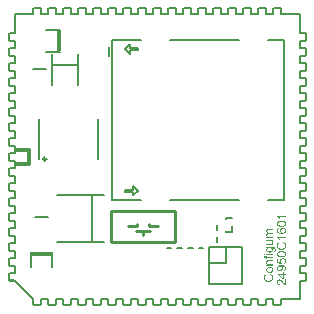
<source format=gto>
G04 Layer_Color=65535*
%FSLAX43Y43*%
%MOMM*%
G71*
G01*
G75*
%ADD33C,0.150*%
%ADD34C,0.250*%
%ADD35C,0.200*%
%ADD38C,0.350*%
%ADD55C,0.254*%
%ADD56R,1.800X0.300*%
%ADD57R,0.300X1.800*%
G36*
X10555Y-5431D02*
X10567D01*
X10583Y-5432D01*
X10599Y-5433D01*
X10634Y-5436D01*
X10670Y-5441D01*
X10707Y-5448D01*
X10723Y-5453D01*
X10740Y-5457D01*
X10741D01*
X10743Y-5459D01*
X10748Y-5460D01*
X10754Y-5462D01*
X10761Y-5466D01*
X10768Y-5469D01*
X10786Y-5479D01*
X10807Y-5490D01*
X10829Y-5504D01*
X10850Y-5521D01*
X10868Y-5541D01*
Y-5542D01*
X10871Y-5543D01*
X10872Y-5546D01*
X10875Y-5550D01*
X10882Y-5563D01*
X10891Y-5578D01*
X10899Y-5599D01*
X10906Y-5623D01*
X10911Y-5650D01*
X10913Y-5680D01*
Y-5681D01*
Y-5685D01*
Y-5690D01*
X10912Y-5699D01*
X10911Y-5708D01*
X10908Y-5719D01*
X10906Y-5730D01*
X10904Y-5743D01*
X10894Y-5771D01*
X10887Y-5787D01*
X10880Y-5801D01*
X10871Y-5816D01*
X10860Y-5830D01*
X10848Y-5843D01*
X10834Y-5856D01*
X10833Y-5857D01*
X10830Y-5859D01*
X10824Y-5863D01*
X10816Y-5867D01*
X10805Y-5873D01*
X10792Y-5879D01*
X10777Y-5886D01*
X10758Y-5893D01*
X10738Y-5900D01*
X10715Y-5907D01*
X10689Y-5913D01*
X10661Y-5919D01*
X10630Y-5924D01*
X10597Y-5927D01*
X10559Y-5929D01*
X10521Y-5931D01*
X10498D01*
X10487Y-5929D01*
X10474D01*
X10459Y-5928D01*
X10442Y-5927D01*
X10407Y-5924D01*
X10371Y-5919D01*
X10334Y-5913D01*
X10318Y-5908D01*
X10302Y-5904D01*
X10300D01*
X10298Y-5902D01*
X10293Y-5900D01*
X10288Y-5898D01*
X10281Y-5895D01*
X10272Y-5892D01*
X10254Y-5883D01*
X10233Y-5871D01*
X10211Y-5857D01*
X10192Y-5840D01*
X10173Y-5820D01*
Y-5819D01*
X10171Y-5818D01*
X10168Y-5815D01*
X10166Y-5810D01*
X10159Y-5798D01*
X10149Y-5782D01*
X10141Y-5762D01*
X10134Y-5737D01*
X10130Y-5710D01*
X10127Y-5680D01*
Y-5679D01*
Y-5678D01*
Y-5674D01*
Y-5669D01*
X10128Y-5658D01*
X10131Y-5644D01*
X10133Y-5627D01*
X10138Y-5609D01*
X10145Y-5590D01*
X10153Y-5572D01*
X10154Y-5570D01*
X10158Y-5564D01*
X10163Y-5556D01*
X10171Y-5544D01*
X10181Y-5532D01*
X10194Y-5520D01*
X10208Y-5507D01*
X10224Y-5495D01*
X10227Y-5494D01*
X10233Y-5490D01*
X10243Y-5484D01*
X10256Y-5477D01*
X10272Y-5470D01*
X10292Y-5462D01*
X10315Y-5454D01*
X10339Y-5447D01*
X10340D01*
X10343Y-5446D01*
X10346D01*
X10352Y-5445D01*
X10358Y-5442D01*
X10366Y-5441D01*
X10377Y-5440D01*
X10387Y-5438D01*
X10400Y-5436D01*
X10413Y-5435D01*
X10428Y-5433D01*
X10445Y-5432D01*
X10462Y-5431D01*
X10480D01*
X10521Y-5429D01*
X10543D01*
X10555Y-5431D01*
D02*
G37*
G36*
X10536Y-9187D02*
X10551D01*
X10566Y-9188D01*
X10584Y-9189D01*
X10621Y-9194D01*
X10661Y-9200D01*
X10700Y-9208D01*
X10717Y-9213D01*
X10735Y-9219D01*
X10736D01*
X10738Y-9220D01*
X10743Y-9222D01*
X10749Y-9224D01*
X10757Y-9228D01*
X10765Y-9231D01*
X10784Y-9242D01*
X10806Y-9256D01*
X10829Y-9272D01*
X10850Y-9291D01*
X10868Y-9313D01*
Y-9315D01*
X10871Y-9316D01*
X10872Y-9319D01*
X10875Y-9325D01*
X10879Y-9331D01*
X10882Y-9338D01*
X10891Y-9356D01*
X10899Y-9378D01*
X10906Y-9402D01*
X10911Y-9432D01*
X10913Y-9462D01*
Y-9463D01*
Y-9466D01*
Y-9470D01*
X10912Y-9477D01*
Y-9484D01*
X10911Y-9494D01*
X10907Y-9515D01*
X10901Y-9538D01*
X10892Y-9563D01*
X10880Y-9586D01*
X10864Y-9610D01*
X10863Y-9611D01*
X10861Y-9612D01*
X10854Y-9619D01*
X10843Y-9628D01*
X10827Y-9640D01*
X10807Y-9652D01*
X10783Y-9662D01*
X10755Y-9672D01*
X10722Y-9678D01*
X10715Y-9587D01*
X10717D01*
X10721Y-9586D01*
X10726Y-9585D01*
X10737Y-9583D01*
X10750Y-9578D01*
X10765Y-9572D01*
X10781Y-9565D01*
X10796Y-9556D01*
X10807Y-9544D01*
X10809Y-9543D01*
X10812Y-9538D01*
X10817Y-9531D01*
X10822Y-9521D01*
X10826Y-9509D01*
X10831Y-9495D01*
X10834Y-9478D01*
X10836Y-9460D01*
Y-9457D01*
Y-9453D01*
X10834Y-9445D01*
X10833Y-9434D01*
X10831Y-9422D01*
X10827Y-9409D01*
X10823Y-9397D01*
X10816Y-9384D01*
X10815Y-9382D01*
X10812Y-9378D01*
X10807Y-9372D01*
X10802Y-9365D01*
X10795Y-9356D01*
X10785Y-9347D01*
X10775Y-9338D01*
X10763Y-9330D01*
X10762Y-9329D01*
X10757Y-9326D01*
X10749Y-9323D01*
X10738Y-9317D01*
X10726Y-9312D01*
X10710Y-9306D01*
X10693Y-9300D01*
X10673Y-9295D01*
X10672D01*
X10670Y-9293D01*
X10667D01*
X10663Y-9292D01*
X10652Y-9290D01*
X10637Y-9288D01*
X10619Y-9285D01*
X10600Y-9283D01*
X10579Y-9281D01*
X10538D01*
X10541Y-9282D01*
X10545Y-9286D01*
X10555Y-9292D01*
X10564Y-9302D01*
X10576Y-9312D01*
X10589Y-9326D01*
X10600Y-9341D01*
X10612Y-9359D01*
X10613Y-9361D01*
X10617Y-9367D01*
X10620Y-9378D01*
X10625Y-9391D01*
X10631Y-9406D01*
X10634Y-9423D01*
X10638Y-9443D01*
X10639Y-9464D01*
Y-9466D01*
Y-9469D01*
Y-9474D01*
X10638Y-9481D01*
X10637Y-9489D01*
X10635Y-9498D01*
X10631Y-9521D01*
X10622Y-9546D01*
X10617Y-9559D01*
X10610Y-9573D01*
X10601Y-9586D01*
X10592Y-9600D01*
X10582Y-9613D01*
X10570Y-9626D01*
X10569Y-9627D01*
X10566Y-9628D01*
X10563Y-9632D01*
X10557Y-9637D01*
X10550Y-9641D01*
X10542Y-9647D01*
X10532Y-9653D01*
X10521Y-9659D01*
X10509Y-9665D01*
X10495Y-9671D01*
X10480Y-9676D01*
X10463Y-9681D01*
X10446Y-9686D01*
X10428Y-9689D01*
X10408Y-9690D01*
X10387Y-9692D01*
X10375D01*
X10367Y-9690D01*
X10358Y-9689D01*
X10346Y-9688D01*
X10333Y-9686D01*
X10319Y-9683D01*
X10290Y-9675D01*
X10274Y-9669D01*
X10258Y-9662D01*
X10242Y-9655D01*
X10227Y-9646D01*
X10213Y-9635D01*
X10199Y-9624D01*
X10197Y-9623D01*
X10195Y-9620D01*
X10192Y-9617D01*
X10187Y-9611D01*
X10182Y-9605D01*
X10176Y-9597D01*
X10169Y-9587D01*
X10162Y-9576D01*
X10156Y-9564D01*
X10149Y-9551D01*
X10138Y-9522D01*
X10134Y-9505D01*
X10131Y-9488D01*
X10128Y-9469D01*
X10127Y-9450D01*
Y-9449D01*
Y-9447D01*
Y-9443D01*
X10128Y-9438D01*
Y-9432D01*
X10130Y-9423D01*
X10132Y-9405D01*
X10138Y-9384D01*
X10145Y-9361D01*
X10154Y-9337D01*
X10168Y-9313D01*
Y-9312D01*
X10171Y-9311D01*
X10173Y-9308D01*
X10175Y-9303D01*
X10185Y-9292D01*
X10197Y-9278D01*
X10215Y-9263D01*
X10234Y-9247D01*
X10257Y-9231D01*
X10284Y-9219D01*
X10285D01*
X10288Y-9217D01*
X10292Y-9215D01*
X10298Y-9214D01*
X10305Y-9210D01*
X10315Y-9208D01*
X10326Y-9206D01*
X10339Y-9202D01*
X10353Y-9199D01*
X10370Y-9196D01*
X10387Y-9193D01*
X10406Y-9190D01*
X10427Y-9189D01*
X10449Y-9187D01*
X10474Y-9186D01*
X10524D01*
X10536Y-9187D01*
D02*
G37*
G36*
X9562Y-9922D02*
X9568Y-9924D01*
X9578Y-9927D01*
X9587Y-9931D01*
X9600Y-9936D01*
X9613Y-9941D01*
X9627Y-9948D01*
X9658Y-9963D01*
X9690Y-9984D01*
X9720Y-10007D01*
X9734Y-10022D01*
X9747Y-10037D01*
X9748Y-10038D01*
X9750Y-10040D01*
X9753Y-10045D01*
X9758Y-10052D01*
X9763Y-10060D01*
X9768Y-10070D01*
X9774Y-10080D01*
X9780Y-10093D01*
X9786Y-10107D01*
X9792Y-10122D01*
X9798Y-10140D01*
X9802Y-10157D01*
X9811Y-10196D01*
X9812Y-10217D01*
X9813Y-10239D01*
Y-10241D01*
Y-10245D01*
Y-10251D01*
X9812Y-10260D01*
Y-10271D01*
X9811Y-10283D01*
X9808Y-10297D01*
X9807Y-10311D01*
X9800Y-10344D01*
X9792Y-10378D01*
X9779Y-10410D01*
X9772Y-10427D01*
X9763Y-10442D01*
X9761Y-10443D01*
X9760Y-10445D01*
X9757Y-10449D01*
X9753Y-10455D01*
X9741Y-10469D01*
X9725Y-10485D01*
X9705Y-10505D01*
X9679Y-10524D01*
X9650Y-10544D01*
X9616Y-10560D01*
X9615D01*
X9611Y-10561D01*
X9607Y-10564D01*
X9600Y-10566D01*
X9590Y-10570D01*
X9580Y-10573D01*
X9568Y-10577D01*
X9554Y-10580D01*
X9540Y-10584D01*
X9524Y-10587D01*
X9489Y-10594D01*
X9451Y-10599D01*
X9410Y-10600D01*
X9398D01*
X9390Y-10599D01*
X9380D01*
X9367Y-10598D01*
X9354Y-10596D01*
X9339Y-10594D01*
X9306Y-10588D01*
X9271Y-10581D01*
X9234Y-10570D01*
X9200Y-10554D01*
X9199D01*
X9197Y-10552D01*
X9192Y-10550D01*
X9185Y-10546D01*
X9178Y-10541D01*
X9170Y-10536D01*
X9150Y-10520D01*
X9128Y-10503D01*
X9106Y-10481D01*
X9083Y-10454D01*
X9065Y-10424D01*
Y-10423D01*
X9062Y-10421D01*
X9060Y-10416D01*
X9058Y-10409D01*
X9054Y-10402D01*
X9049Y-10393D01*
X9046Y-10381D01*
X9041Y-10369D01*
X9037Y-10356D01*
X9033Y-10342D01*
X9025Y-10311D01*
X9020Y-10276D01*
X9018Y-10238D01*
Y-10237D01*
Y-10233D01*
Y-10226D01*
X9019Y-10218D01*
X9020Y-10209D01*
X9021Y-10197D01*
X9023Y-10184D01*
X9025Y-10170D01*
X9032Y-10140D01*
X9042Y-10107D01*
X9049Y-10091D01*
X9058Y-10074D01*
X9067Y-10059D01*
X9078Y-10044D01*
X9079Y-10043D01*
X9080Y-10040D01*
X9083Y-10037D01*
X9088Y-10031D01*
X9094Y-10025D01*
X9102Y-10017D01*
X9110Y-10009D01*
X9120Y-10000D01*
X9131Y-9991D01*
X9143Y-9983D01*
X9157Y-9974D01*
X9172Y-9964D01*
X9188Y-9956D01*
X9205Y-9948D01*
X9243Y-9934D01*
X9266Y-10034D01*
X9265D01*
X9263Y-10036D01*
X9258Y-10037D01*
X9252Y-10039D01*
X9245Y-10043D01*
X9237Y-10046D01*
X9219Y-10054D01*
X9199Y-10065D01*
X9178Y-10079D01*
X9160Y-10094D01*
X9143Y-10113D01*
X9142Y-10115D01*
X9137Y-10122D01*
X9131Y-10133D01*
X9123Y-10148D01*
X9116Y-10166D01*
X9110Y-10188D01*
X9106Y-10212D01*
X9104Y-10241D01*
Y-10242D01*
Y-10244D01*
Y-10249D01*
X9106Y-10255D01*
Y-10263D01*
X9107Y-10271D01*
X9110Y-10292D01*
X9115Y-10315D01*
X9123Y-10340D01*
X9134Y-10365D01*
X9148Y-10388D01*
Y-10389D01*
X9150Y-10390D01*
X9156Y-10397D01*
X9165Y-10408D01*
X9178Y-10421D01*
X9195Y-10434D01*
X9213Y-10448D01*
X9237Y-10461D01*
X9263Y-10471D01*
X9264D01*
X9266Y-10472D01*
X9270Y-10474D01*
X9275Y-10475D01*
X9281Y-10477D01*
X9289Y-10478D01*
X9308Y-10483D01*
X9330Y-10488D01*
X9355Y-10491D01*
X9382Y-10493D01*
X9410Y-10495D01*
X9426D01*
X9435Y-10493D01*
X9445D01*
X9456Y-10492D01*
X9467Y-10491D01*
X9494Y-10488D01*
X9524Y-10483D01*
X9553Y-10476D01*
X9581Y-10467D01*
X9582D01*
X9585Y-10465D01*
X9588Y-10463D01*
X9593Y-10461D01*
X9607Y-10455D01*
X9622Y-10445D01*
X9641Y-10433D01*
X9658Y-10417D01*
X9676Y-10400D01*
X9691Y-10379D01*
Y-10378D01*
X9692Y-10376D01*
X9695Y-10373D01*
X9697Y-10368D01*
X9702Y-10355D01*
X9709Y-10339D01*
X9715Y-10320D01*
X9720Y-10298D01*
X9725Y-10273D01*
X9726Y-10248D01*
Y-10246D01*
Y-10244D01*
Y-10239D01*
X9725Y-10233D01*
Y-10226D01*
X9724Y-10217D01*
X9720Y-10197D01*
X9715Y-10175D01*
X9705Y-10150D01*
X9693Y-10127D01*
X9677Y-10104D01*
X9676Y-10102D01*
X9675Y-10101D01*
X9668Y-10094D01*
X9656Y-10084D01*
X9641Y-10071D01*
X9620Y-10058D01*
X9595Y-10044D01*
X9565Y-10032D01*
X9531Y-10023D01*
X9556Y-9921D01*
X9558D01*
X9562Y-9922D01*
D02*
G37*
G36*
X10900Y-5072D02*
X10298D01*
X10299Y-5073D01*
X10304Y-5078D01*
X10310Y-5086D01*
X10318Y-5097D01*
X10329Y-5110D01*
X10339Y-5125D01*
X10352Y-5142D01*
X10364Y-5162D01*
Y-5164D01*
X10365Y-5165D01*
X10370Y-5172D01*
X10375Y-5182D01*
X10382Y-5195D01*
X10391Y-5210D01*
X10398Y-5227D01*
X10406Y-5244D01*
X10413Y-5261D01*
X10320D01*
Y-5260D01*
X10319Y-5257D01*
X10317Y-5253D01*
X10313Y-5248D01*
X10310Y-5241D01*
X10306Y-5233D01*
X10296Y-5214D01*
X10283Y-5193D01*
X10268Y-5169D01*
X10250Y-5146D01*
X10231Y-5124D01*
X10230Y-5123D01*
X10229Y-5121D01*
X10222Y-5114D01*
X10211Y-5104D01*
X10199Y-5091D01*
X10182Y-5077D01*
X10165Y-5063D01*
X10146Y-5050D01*
X10127Y-5039D01*
Y-4977D01*
X10900D01*
Y-5072D01*
D02*
G37*
G36*
X10669Y-6025D02*
X10676D01*
X10695Y-6028D01*
X10715Y-6032D01*
X10738Y-6037D01*
X10762Y-6045D01*
X10785Y-6056D01*
X10786D01*
X10788Y-6057D01*
X10791Y-6059D01*
X10796Y-6062D01*
X10806Y-6069D01*
X10820Y-6078D01*
X10836Y-6091D01*
X10851Y-6106D01*
X10866Y-6123D01*
X10880Y-6142D01*
X10881Y-6145D01*
X10885Y-6152D01*
X10891Y-6164D01*
X10896Y-6178D01*
X10902Y-6196D01*
X10908Y-6217D01*
X10912Y-6241D01*
X10913Y-6265D01*
Y-6267D01*
Y-6270D01*
X10912Y-6277D01*
Y-6285D01*
X10911Y-6295D01*
X10908Y-6306D01*
X10906Y-6319D01*
X10902Y-6333D01*
X10898Y-6349D01*
X10892Y-6365D01*
X10885Y-6380D01*
X10877Y-6397D01*
X10866Y-6413D01*
X10854Y-6429D01*
X10841Y-6445D01*
X10826Y-6459D01*
X10825Y-6460D01*
X10822Y-6462D01*
X10817Y-6466D01*
X10810Y-6470D01*
X10800Y-6476D01*
X10789Y-6482D01*
X10775Y-6489D01*
X10758Y-6495D01*
X10740Y-6502D01*
X10719Y-6509D01*
X10695Y-6515D01*
X10669Y-6521D01*
X10641Y-6525D01*
X10610Y-6529D01*
X10577Y-6531D01*
X10541Y-6532D01*
X10519D01*
X10504Y-6531D01*
X10485Y-6530D01*
X10464Y-6528D01*
X10441Y-6525D01*
X10416Y-6522D01*
X10389Y-6518D01*
X10363Y-6512D01*
X10336Y-6505D01*
X10310Y-6497D01*
X10283Y-6488D01*
X10259Y-6477D01*
X10236Y-6464D01*
X10216Y-6450D01*
X10215Y-6449D01*
X10213Y-6447D01*
X10208Y-6443D01*
X10202Y-6438D01*
X10195Y-6429D01*
X10188Y-6421D01*
X10180Y-6411D01*
X10172Y-6399D01*
X10163Y-6386D01*
X10155Y-6371D01*
X10148Y-6356D01*
X10141Y-6338D01*
X10135Y-6319D01*
X10131Y-6299D01*
X10128Y-6278D01*
X10127Y-6256D01*
Y-6255D01*
Y-6253D01*
Y-6248D01*
X10128Y-6241D01*
Y-6234D01*
X10130Y-6224D01*
X10133Y-6203D01*
X10140Y-6180D01*
X10149Y-6155D01*
X10161Y-6131D01*
X10169Y-6119D01*
X10179Y-6107D01*
Y-6106D01*
X10181Y-6105D01*
X10188Y-6098D01*
X10200Y-6089D01*
X10215Y-6077D01*
X10235Y-6064D01*
X10258Y-6053D01*
X10286Y-6043D01*
X10318Y-6037D01*
X10325Y-6131D01*
X10323D01*
X10316Y-6133D01*
X10306Y-6137D01*
X10295Y-6140D01*
X10268Y-6152D01*
X10256Y-6159D01*
X10245Y-6167D01*
X10243Y-6168D01*
X10238Y-6174D01*
X10233Y-6182D01*
X10224Y-6193D01*
X10217Y-6207D01*
X10210Y-6223D01*
X10206Y-6242D01*
X10204Y-6262D01*
Y-6264D01*
Y-6270D01*
X10206Y-6278D01*
X10208Y-6289D01*
X10210Y-6302D01*
X10215Y-6316D01*
X10222Y-6329D01*
X10230Y-6343D01*
X10231Y-6345D01*
X10236Y-6350D01*
X10244Y-6358D01*
X10255Y-6367D01*
X10268Y-6379D01*
X10284Y-6391D01*
X10304Y-6402D01*
X10326Y-6413D01*
X10327D01*
X10329Y-6414D01*
X10333Y-6415D01*
X10338Y-6416D01*
X10344Y-6419D01*
X10352Y-6421D01*
X10361Y-6424D01*
X10372Y-6426D01*
X10384Y-6428D01*
X10396Y-6431D01*
X10412Y-6433D01*
X10427Y-6435D01*
X10445Y-6436D01*
X10463Y-6438D01*
X10483Y-6439D01*
X10503D01*
X10502Y-6438D01*
X10496Y-6433D01*
X10487Y-6426D01*
X10475Y-6415D01*
X10462Y-6404D01*
X10449Y-6390D01*
X10437Y-6373D01*
X10427Y-6356D01*
X10426Y-6353D01*
X10423Y-6347D01*
X10419Y-6337D01*
X10414Y-6324D01*
X10409Y-6309D01*
X10405Y-6291D01*
X10402Y-6272D01*
X10401Y-6253D01*
Y-6251D01*
Y-6248D01*
Y-6243D01*
X10402Y-6236D01*
X10404Y-6228D01*
X10405Y-6219D01*
X10409Y-6196D01*
X10419Y-6172D01*
X10423Y-6158D01*
X10430Y-6145D01*
X10439Y-6131D01*
X10448Y-6117D01*
X10459Y-6104D01*
X10471Y-6091D01*
X10473Y-6090D01*
X10475Y-6089D01*
X10478Y-6085D01*
X10484Y-6080D01*
X10491Y-6076D01*
X10500Y-6070D01*
X10509Y-6064D01*
X10519Y-6057D01*
X10532Y-6051D01*
X10545Y-6045D01*
X10560Y-6039D01*
X10576Y-6035D01*
X10593Y-6030D01*
X10611Y-6027D01*
X10631Y-6025D01*
X10651Y-6024D01*
X10662D01*
X10669Y-6025D01*
D02*
G37*
G36*
X10555Y-7997D02*
X10567D01*
X10583Y-7998D01*
X10599Y-8000D01*
X10634Y-8003D01*
X10670Y-8008D01*
X10707Y-8015D01*
X10723Y-8019D01*
X10740Y-8024D01*
X10741D01*
X10743Y-8025D01*
X10748Y-8027D01*
X10754Y-8029D01*
X10761Y-8032D01*
X10768Y-8036D01*
X10786Y-8045D01*
X10807Y-8057D01*
X10829Y-8071D01*
X10850Y-8087D01*
X10868Y-8107D01*
Y-8108D01*
X10871Y-8110D01*
X10872Y-8113D01*
X10875Y-8117D01*
X10882Y-8130D01*
X10891Y-8145D01*
X10899Y-8166D01*
X10906Y-8189D01*
X10911Y-8216D01*
X10913Y-8247D01*
Y-8248D01*
Y-8251D01*
Y-8257D01*
X10912Y-8265D01*
X10911Y-8275D01*
X10908Y-8285D01*
X10906Y-8297D01*
X10904Y-8310D01*
X10894Y-8338D01*
X10887Y-8353D01*
X10880Y-8367D01*
X10871Y-8382D01*
X10860Y-8397D01*
X10848Y-8409D01*
X10834Y-8422D01*
X10833Y-8423D01*
X10830Y-8426D01*
X10824Y-8429D01*
X10816Y-8434D01*
X10805Y-8440D01*
X10792Y-8446D01*
X10777Y-8453D01*
X10758Y-8460D01*
X10738Y-8467D01*
X10715Y-8474D01*
X10689Y-8480D01*
X10661Y-8486D01*
X10630Y-8490D01*
X10597Y-8494D01*
X10559Y-8496D01*
X10521Y-8497D01*
X10498D01*
X10487Y-8496D01*
X10474D01*
X10459Y-8495D01*
X10442Y-8494D01*
X10407Y-8490D01*
X10371Y-8486D01*
X10334Y-8480D01*
X10318Y-8475D01*
X10302Y-8470D01*
X10300D01*
X10298Y-8469D01*
X10293Y-8467D01*
X10288Y-8464D01*
X10281Y-8462D01*
X10272Y-8459D01*
X10254Y-8449D01*
X10233Y-8438D01*
X10211Y-8423D01*
X10192Y-8407D01*
X10173Y-8387D01*
Y-8386D01*
X10171Y-8385D01*
X10168Y-8381D01*
X10166Y-8377D01*
X10159Y-8365D01*
X10149Y-8349D01*
X10141Y-8329D01*
X10134Y-8304D01*
X10130Y-8277D01*
X10127Y-8247D01*
Y-8245D01*
Y-8244D01*
Y-8241D01*
Y-8236D01*
X10128Y-8224D01*
X10131Y-8210D01*
X10133Y-8194D01*
X10138Y-8175D01*
X10145Y-8156D01*
X10153Y-8139D01*
X10154Y-8137D01*
X10158Y-8131D01*
X10163Y-8123D01*
X10171Y-8111D01*
X10181Y-8099D01*
X10194Y-8086D01*
X10208Y-8073D01*
X10224Y-8062D01*
X10227Y-8060D01*
X10233Y-8057D01*
X10243Y-8051D01*
X10256Y-8044D01*
X10272Y-8037D01*
X10292Y-8029D01*
X10315Y-8021D01*
X10339Y-8014D01*
X10340D01*
X10343Y-8012D01*
X10346D01*
X10352Y-8011D01*
X10358Y-8009D01*
X10366Y-8008D01*
X10377Y-8007D01*
X10387Y-8004D01*
X10400Y-8003D01*
X10413Y-8002D01*
X10428Y-8000D01*
X10445Y-7998D01*
X10462Y-7997D01*
X10480D01*
X10521Y-7996D01*
X10543D01*
X10555Y-7997D01*
D02*
G37*
G36*
X10658Y-8586D02*
X10667Y-8587D01*
X10678Y-8589D01*
X10689Y-8590D01*
X10702Y-8592D01*
X10730Y-8600D01*
X10759Y-8611D01*
X10776Y-8618D01*
X10791Y-8626D01*
X10806Y-8635D01*
X10820Y-8646D01*
X10822Y-8647D01*
X10824Y-8649D01*
X10829Y-8654D01*
X10834Y-8660D01*
X10841Y-8667D01*
X10850Y-8676D01*
X10858Y-8687D01*
X10866Y-8700D01*
X10875Y-8713D01*
X10884Y-8728D01*
X10892Y-8745D01*
X10899Y-8763D01*
X10905Y-8783D01*
X10909Y-8803D01*
X10912Y-8825D01*
X10913Y-8849D01*
Y-8850D01*
Y-8853D01*
Y-8859D01*
X10912Y-8866D01*
X10911Y-8874D01*
X10909Y-8885D01*
X10908Y-8897D01*
X10906Y-8909D01*
X10899Y-8936D01*
X10888Y-8964D01*
X10881Y-8978D01*
X10873Y-8993D01*
X10865Y-9007D01*
X10854Y-9019D01*
X10853Y-9021D01*
X10852Y-9022D01*
X10848Y-9025D01*
X10844Y-9030D01*
X10838Y-9035D01*
X10831Y-9041D01*
X10823Y-9046D01*
X10813Y-9053D01*
X10791Y-9066D01*
X10764Y-9079D01*
X10734Y-9089D01*
X10716Y-9092D01*
X10699Y-9094D01*
X10692Y-8995D01*
X10695D01*
X10699Y-8994D01*
X10703Y-8993D01*
X10716Y-8989D01*
X10733Y-8984D01*
X10750Y-8978D01*
X10768Y-8969D01*
X10785Y-8959D01*
X10800Y-8945D01*
X10802Y-8942D01*
X10806Y-8938D01*
X10811Y-8929D01*
X10818Y-8918D01*
X10824Y-8904D01*
X10830Y-8887D01*
X10834Y-8868D01*
X10836Y-8849D01*
Y-8847D01*
Y-8845D01*
Y-8841D01*
X10834Y-8837D01*
X10833Y-8824D01*
X10830Y-8808D01*
X10823Y-8790D01*
X10815Y-8770D01*
X10802Y-8751D01*
X10795Y-8742D01*
X10785Y-8733D01*
X10784D01*
X10783Y-8730D01*
X10776Y-8726D01*
X10764Y-8717D01*
X10749Y-8709D01*
X10729Y-8701D01*
X10706Y-8693D01*
X10679Y-8688D01*
X10648Y-8686D01*
X10640D01*
X10635Y-8687D01*
X10628D01*
X10620Y-8688D01*
X10601Y-8692D01*
X10582Y-8696D01*
X10560Y-8704D01*
X10539Y-8716D01*
X10521Y-8731D01*
X10518Y-8734D01*
X10514Y-8740D01*
X10505Y-8749D01*
X10497Y-8763D01*
X10489Y-8779D01*
X10481Y-8801D01*
X10476Y-8824D01*
X10474Y-8850D01*
Y-8852D01*
Y-8858D01*
X10475Y-8866D01*
X10476Y-8878D01*
X10480Y-8891D01*
X10483Y-8905D01*
X10489Y-8919D01*
X10496Y-8933D01*
X10497Y-8934D01*
X10500Y-8939D01*
X10504Y-8946D01*
X10510Y-8954D01*
X10518Y-8962D01*
X10528Y-8971D01*
X10538Y-8981D01*
X10550Y-8989D01*
X10537Y-9078D01*
X10142Y-9003D01*
Y-8621D01*
X10233D01*
Y-8928D01*
X10440Y-8970D01*
X10439Y-8969D01*
X10437Y-8967D01*
X10435Y-8963D01*
X10432Y-8959D01*
X10428Y-8952D01*
X10425Y-8945D01*
X10415Y-8926D01*
X10406Y-8905D01*
X10399Y-8880D01*
X10393Y-8853D01*
X10391Y-8825D01*
Y-8824D01*
Y-8820D01*
Y-8816D01*
X10392Y-8809D01*
X10393Y-8799D01*
X10394Y-8790D01*
X10396Y-8778D01*
X10399Y-8767D01*
X10408Y-8740D01*
X10413Y-8726D01*
X10420Y-8712D01*
X10428Y-8696D01*
X10437Y-8682D01*
X10448Y-8668D01*
X10461Y-8655D01*
X10462Y-8654D01*
X10464Y-8652D01*
X10468Y-8648D01*
X10474Y-8645D01*
X10481Y-8639D01*
X10489Y-8633D01*
X10498Y-8627D01*
X10509Y-8620D01*
X10522Y-8613D01*
X10535Y-8607D01*
X10550Y-8601D01*
X10565Y-8596D01*
X10583Y-8592D01*
X10600Y-8589D01*
X10620Y-8586D01*
X10640Y-8585D01*
X10651D01*
X10658Y-8586D01*
D02*
G37*
G36*
X10900Y-6864D02*
X10298D01*
X10299Y-6865D01*
X10304Y-6870D01*
X10310Y-6878D01*
X10318Y-6888D01*
X10329Y-6901D01*
X10339Y-6916D01*
X10352Y-6934D01*
X10364Y-6954D01*
Y-6955D01*
X10365Y-6956D01*
X10370Y-6963D01*
X10375Y-6974D01*
X10382Y-6987D01*
X10391Y-7002D01*
X10398Y-7018D01*
X10406Y-7036D01*
X10413Y-7052D01*
X10320D01*
Y-7051D01*
X10319Y-7049D01*
X10317Y-7044D01*
X10313Y-7039D01*
X10310Y-7032D01*
X10306Y-7024D01*
X10296Y-7005D01*
X10283Y-6984D01*
X10268Y-6961D01*
X10250Y-6938D01*
X10231Y-6915D01*
X10230Y-6914D01*
X10229Y-6913D01*
X10222Y-6906D01*
X10211Y-6895D01*
X10199Y-6883D01*
X10182Y-6868D01*
X10165Y-6854D01*
X10146Y-6842D01*
X10127Y-6831D01*
Y-6769D01*
X10900D01*
Y-6864D01*
D02*
G37*
G36*
X10662Y-7213D02*
X10668Y-7215D01*
X10678Y-7217D01*
X10687Y-7222D01*
X10700Y-7227D01*
X10713Y-7231D01*
X10727Y-7238D01*
X10758Y-7254D01*
X10790Y-7275D01*
X10820Y-7298D01*
X10834Y-7312D01*
X10847Y-7327D01*
X10848Y-7329D01*
X10850Y-7331D01*
X10853Y-7336D01*
X10858Y-7343D01*
X10863Y-7351D01*
X10868Y-7360D01*
X10874Y-7371D01*
X10880Y-7384D01*
X10886Y-7398D01*
X10892Y-7413D01*
X10898Y-7431D01*
X10902Y-7448D01*
X10911Y-7487D01*
X10912Y-7508D01*
X10913Y-7530D01*
Y-7531D01*
Y-7536D01*
Y-7542D01*
X10912Y-7551D01*
Y-7562D01*
X10911Y-7573D01*
X10908Y-7587D01*
X10907Y-7601D01*
X10900Y-7634D01*
X10892Y-7668D01*
X10879Y-7701D01*
X10872Y-7717D01*
X10863Y-7733D01*
X10861Y-7734D01*
X10860Y-7736D01*
X10857Y-7740D01*
X10853Y-7745D01*
X10841Y-7760D01*
X10825Y-7776D01*
X10805Y-7796D01*
X10779Y-7815D01*
X10750Y-7834D01*
X10716Y-7851D01*
X10715D01*
X10711Y-7852D01*
X10707Y-7854D01*
X10700Y-7857D01*
X10690Y-7860D01*
X10680Y-7864D01*
X10668Y-7867D01*
X10654Y-7871D01*
X10640Y-7874D01*
X10624Y-7878D01*
X10589Y-7885D01*
X10551Y-7890D01*
X10510Y-7891D01*
X10498D01*
X10490Y-7890D01*
X10480D01*
X10467Y-7888D01*
X10454Y-7887D01*
X10439Y-7885D01*
X10406Y-7879D01*
X10371Y-7872D01*
X10334Y-7860D01*
X10300Y-7845D01*
X10299D01*
X10297Y-7843D01*
X10292Y-7840D01*
X10285Y-7837D01*
X10278Y-7832D01*
X10270Y-7826D01*
X10250Y-7811D01*
X10228Y-7793D01*
X10206Y-7771D01*
X10183Y-7744D01*
X10165Y-7715D01*
Y-7714D01*
X10162Y-7712D01*
X10160Y-7707D01*
X10158Y-7700D01*
X10154Y-7693D01*
X10149Y-7683D01*
X10146Y-7672D01*
X10141Y-7660D01*
X10137Y-7647D01*
X10133Y-7633D01*
X10125Y-7601D01*
X10120Y-7566D01*
X10118Y-7529D01*
Y-7528D01*
Y-7524D01*
Y-7517D01*
X10119Y-7509D01*
X10120Y-7500D01*
X10121Y-7488D01*
X10123Y-7475D01*
X10125Y-7461D01*
X10132Y-7431D01*
X10142Y-7398D01*
X10149Y-7381D01*
X10158Y-7365D01*
X10167Y-7350D01*
X10178Y-7334D01*
X10179Y-7333D01*
X10180Y-7331D01*
X10183Y-7327D01*
X10188Y-7322D01*
X10194Y-7316D01*
X10202Y-7308D01*
X10210Y-7299D01*
X10220Y-7291D01*
X10231Y-7282D01*
X10243Y-7274D01*
X10257Y-7264D01*
X10272Y-7255D01*
X10288Y-7247D01*
X10305Y-7238D01*
X10343Y-7224D01*
X10366Y-7325D01*
X10365D01*
X10363Y-7326D01*
X10358Y-7327D01*
X10352Y-7330D01*
X10345Y-7333D01*
X10337Y-7337D01*
X10319Y-7345D01*
X10299Y-7356D01*
X10278Y-7370D01*
X10259Y-7385D01*
X10243Y-7404D01*
X10242Y-7406D01*
X10237Y-7413D01*
X10231Y-7423D01*
X10223Y-7439D01*
X10216Y-7456D01*
X10210Y-7479D01*
X10206Y-7503D01*
X10204Y-7531D01*
Y-7532D01*
Y-7535D01*
Y-7539D01*
X10206Y-7545D01*
Y-7553D01*
X10207Y-7562D01*
X10210Y-7583D01*
X10215Y-7606D01*
X10223Y-7631D01*
X10234Y-7655D01*
X10248Y-7679D01*
Y-7680D01*
X10250Y-7681D01*
X10256Y-7688D01*
X10265Y-7699D01*
X10278Y-7712D01*
X10295Y-7724D01*
X10313Y-7738D01*
X10337Y-7751D01*
X10363Y-7762D01*
X10364D01*
X10366Y-7763D01*
X10370Y-7764D01*
X10375Y-7765D01*
X10381Y-7768D01*
X10389Y-7769D01*
X10408Y-7774D01*
X10430Y-7778D01*
X10455Y-7782D01*
X10482Y-7784D01*
X10510Y-7785D01*
X10526D01*
X10535Y-7784D01*
X10545D01*
X10556Y-7783D01*
X10567Y-7782D01*
X10594Y-7778D01*
X10624Y-7774D01*
X10653Y-7767D01*
X10681Y-7757D01*
X10682D01*
X10685Y-7756D01*
X10688Y-7754D01*
X10693Y-7751D01*
X10707Y-7745D01*
X10722Y-7736D01*
X10741Y-7723D01*
X10758Y-7708D01*
X10776Y-7690D01*
X10791Y-7669D01*
Y-7668D01*
X10792Y-7667D01*
X10795Y-7664D01*
X10797Y-7659D01*
X10802Y-7646D01*
X10809Y-7630D01*
X10815Y-7611D01*
X10820Y-7589D01*
X10825Y-7564D01*
X10826Y-7538D01*
Y-7537D01*
Y-7535D01*
Y-7530D01*
X10825Y-7524D01*
Y-7517D01*
X10824Y-7508D01*
X10820Y-7488D01*
X10815Y-7466D01*
X10805Y-7441D01*
X10793Y-7418D01*
X10777Y-7394D01*
X10776Y-7393D01*
X10775Y-7392D01*
X10768Y-7385D01*
X10756Y-7374D01*
X10741Y-7361D01*
X10720Y-7349D01*
X10695Y-7334D01*
X10665Y-7323D01*
X10631Y-7313D01*
X10656Y-7212D01*
X10658D01*
X10662Y-7213D01*
D02*
G37*
G36*
X9541Y-9323D02*
X9552D01*
X9563Y-9324D01*
X9576Y-9325D01*
X9603Y-9330D01*
X9631Y-9335D01*
X9659Y-9344D01*
X9684Y-9354D01*
X9685D01*
X9686Y-9355D01*
X9695Y-9360D01*
X9705Y-9368D01*
X9719Y-9379D01*
X9734Y-9392D01*
X9750Y-9408D01*
X9765Y-9427D01*
X9779Y-9449D01*
Y-9450D01*
X9780Y-9451D01*
X9782Y-9455D01*
X9784Y-9460D01*
X9789Y-9472D01*
X9795Y-9489D01*
X9802Y-9509D01*
X9807Y-9531D01*
X9812Y-9556D01*
X9813Y-9582D01*
Y-9584D01*
Y-9587D01*
Y-9594D01*
X9812Y-9602D01*
X9811Y-9612D01*
X9809Y-9623D01*
X9807Y-9636D01*
X9804Y-9650D01*
X9794Y-9680D01*
X9788Y-9696D01*
X9781Y-9711D01*
X9773Y-9728D01*
X9763Y-9743D01*
X9751Y-9758D01*
X9738Y-9772D01*
X9737Y-9773D01*
X9734Y-9776D01*
X9730Y-9779D01*
X9724Y-9783D01*
X9716Y-9789D01*
X9706Y-9794D01*
X9696Y-9801D01*
X9683Y-9807D01*
X9668Y-9814D01*
X9652Y-9821D01*
X9634Y-9827D01*
X9615Y-9832D01*
X9594Y-9837D01*
X9572Y-9840D01*
X9547Y-9842D01*
X9521Y-9844D01*
X9514D01*
X9506Y-9842D01*
X9496D01*
X9483Y-9841D01*
X9469Y-9839D01*
X9452Y-9837D01*
X9435Y-9833D01*
X9416Y-9828D01*
X9397Y-9822D01*
X9378Y-9815D01*
X9360Y-9807D01*
X9341Y-9798D01*
X9323Y-9786D01*
X9307Y-9773D01*
X9292Y-9758D01*
X9291Y-9757D01*
X9289Y-9755D01*
X9286Y-9751D01*
X9282Y-9745D01*
X9278Y-9738D01*
X9272Y-9730D01*
X9266Y-9721D01*
X9260Y-9709D01*
X9256Y-9697D01*
X9250Y-9684D01*
X9239Y-9654D01*
X9232Y-9620D01*
X9231Y-9601D01*
X9230Y-9582D01*
Y-9581D01*
Y-9578D01*
Y-9572D01*
X9231Y-9564D01*
X9232Y-9553D01*
X9233Y-9543D01*
X9236Y-9530D01*
X9239Y-9516D01*
X9248Y-9486D01*
X9254Y-9471D01*
X9261Y-9455D01*
X9271Y-9440D01*
X9281Y-9424D01*
X9293Y-9409D01*
X9306Y-9395D01*
X9307Y-9394D01*
X9309Y-9392D01*
X9314Y-9388D01*
X9320Y-9383D01*
X9327Y-9378D01*
X9336Y-9372D01*
X9348Y-9365D01*
X9360Y-9358D01*
X9374Y-9352D01*
X9390Y-9345D01*
X9407Y-9339D01*
X9425Y-9333D01*
X9445Y-9328D01*
X9467Y-9325D01*
X9490Y-9323D01*
X9514Y-9321D01*
X9532D01*
X9541Y-9323D01*
D02*
G37*
G36*
X9757Y-7623D02*
X9768D01*
X9782Y-7625D01*
X9796Y-7626D01*
X9826Y-7629D01*
X9856Y-7634D01*
X9884Y-7640D01*
X9897Y-7645D01*
X9908Y-7649D01*
X9909D01*
X9910Y-7650D01*
X9917Y-7654D01*
X9926Y-7661D01*
X9939Y-7669D01*
X9953Y-7681D01*
X9967Y-7695D01*
X9981Y-7712D01*
X9994Y-7732D01*
Y-7734D01*
X9996Y-7735D01*
X9997Y-7738D01*
X9999Y-7743D01*
X10005Y-7755D01*
X10010Y-7771D01*
X10015Y-7792D01*
X10021Y-7817D01*
X10025Y-7844D01*
X10026Y-7874D01*
Y-7875D01*
Y-7879D01*
Y-7883D01*
X10025Y-7890D01*
Y-7899D01*
X10024Y-7909D01*
X10020Y-7931D01*
X10014Y-7957D01*
X10007Y-7984D01*
X9996Y-8011D01*
X9980Y-8036D01*
Y-8037D01*
X9978Y-8038D01*
X9972Y-8045D01*
X9962Y-8054D01*
X9946Y-8066D01*
X9928Y-8077D01*
X9904Y-8086D01*
X9877Y-8092D01*
X9862Y-8094D01*
X9846D01*
X9859Y-8003D01*
X9861D01*
X9866Y-8002D01*
X9873Y-7999D01*
X9882Y-7997D01*
X9892Y-7992D01*
X9903Y-7986D01*
X9912Y-7979D01*
X9921Y-7970D01*
X9922Y-7969D01*
X9925Y-7963D01*
X9929Y-7956D01*
X9933Y-7944D01*
X9939Y-7931D01*
X9943Y-7915D01*
X9946Y-7895D01*
X9948Y-7874D01*
Y-7873D01*
Y-7872D01*
Y-7868D01*
Y-7864D01*
X9946Y-7852D01*
X9944Y-7837D01*
X9941Y-7820D01*
X9936Y-7804D01*
X9930Y-7787D01*
X9921Y-7773D01*
X9919Y-7772D01*
X9916Y-7767D01*
X9910Y-7762D01*
X9902Y-7753D01*
X9891Y-7745D01*
X9880Y-7738D01*
X9864Y-7731D01*
X9848Y-7725D01*
X9847D01*
X9842Y-7724D01*
X9834Y-7723D01*
X9822Y-7722D01*
X9806Y-7719D01*
X9795D01*
X9785Y-7718D01*
X9727D01*
X9729Y-7719D01*
X9731Y-7721D01*
X9734Y-7724D01*
X9739Y-7729D01*
X9744Y-7736D01*
X9751Y-7743D01*
X9764Y-7760D01*
X9777Y-7783D01*
X9788Y-7810D01*
X9793Y-7824D01*
X9796Y-7839D01*
X9799Y-7855D01*
X9800Y-7872D01*
Y-7873D01*
Y-7876D01*
Y-7882D01*
X9799Y-7890D01*
X9798Y-7900D01*
X9795Y-7912D01*
X9793Y-7923D01*
X9789Y-7937D01*
X9786Y-7951D01*
X9780Y-7965D01*
X9773Y-7981D01*
X9765Y-7995D01*
X9755Y-8010D01*
X9745Y-8024D01*
X9732Y-8037D01*
X9718Y-8050D01*
X9717Y-8051D01*
X9715Y-8052D01*
X9710Y-8056D01*
X9703Y-8059D01*
X9695Y-8064D01*
X9685Y-8070D01*
X9675Y-8075D01*
X9662Y-8081D01*
X9648Y-8087D01*
X9633Y-8093D01*
X9616Y-8098D01*
X9599Y-8104D01*
X9561Y-8111D01*
X9540Y-8112D01*
X9519Y-8113D01*
X9505D01*
X9498Y-8112D01*
X9490D01*
X9471Y-8109D01*
X9448Y-8106D01*
X9423Y-8101D01*
X9397Y-8094D01*
X9371Y-8085D01*
X9370D01*
X9368Y-8084D01*
X9364Y-8081D01*
X9360Y-8079D01*
X9348Y-8073D01*
X9333Y-8064D01*
X9316Y-8051D01*
X9299Y-8037D01*
X9282Y-8020D01*
X9267Y-8001D01*
Y-7999D01*
X9266Y-7998D01*
X9264Y-7995D01*
X9261Y-7991D01*
X9256Y-7979D01*
X9248Y-7964D01*
X9241Y-7944D01*
X9236Y-7923D01*
X9231Y-7899D01*
X9230Y-7872D01*
Y-7871D01*
Y-7867D01*
Y-7862D01*
X9231Y-7855D01*
X9232Y-7847D01*
X9234Y-7837D01*
X9240Y-7814D01*
X9244Y-7801D01*
X9250Y-7789D01*
X9256Y-7775D01*
X9264Y-7760D01*
X9273Y-7748D01*
X9284Y-7734D01*
X9297Y-7721D01*
X9311Y-7709D01*
X9243D01*
Y-7622D01*
X9746D01*
X9757Y-7623D01*
D02*
G37*
G36*
X9800Y-8314D02*
X9243D01*
Y-8219D01*
X9800D01*
Y-8314D01*
D02*
G37*
G36*
X10900Y-10899D02*
X10887D01*
X10879Y-10898D01*
X10870Y-10896D01*
X10859Y-10895D01*
X10847Y-10892D01*
X10836Y-10888D01*
X10834D01*
X10833Y-10887D01*
X10826Y-10885D01*
X10817Y-10880D01*
X10803Y-10873D01*
X10788Y-10865D01*
X10770Y-10853D01*
X10752Y-10841D01*
X10734Y-10826D01*
X10733D01*
X10731Y-10824D01*
X10724Y-10818D01*
X10714Y-10809D01*
X10700Y-10795D01*
X10683Y-10777D01*
X10663Y-10756D01*
X10641Y-10730D01*
X10617Y-10702D01*
X10615Y-10701D01*
X10612Y-10696D01*
X10607Y-10690D01*
X10599Y-10682D01*
X10591Y-10672D01*
X10580Y-10660D01*
X10558Y-10634D01*
X10531Y-10606D01*
X10504Y-10578D01*
X10491Y-10564D01*
X10478Y-10552D01*
X10466Y-10542D01*
X10454Y-10532D01*
X10453D01*
X10452Y-10530D01*
X10448Y-10528D01*
X10443Y-10525D01*
X10432Y-10518D01*
X10416Y-10510D01*
X10399Y-10502D01*
X10380Y-10495D01*
X10359Y-10490D01*
X10339Y-10488D01*
X10337D01*
X10330Y-10489D01*
X10319Y-10490D01*
X10306Y-10493D01*
X10291Y-10498D01*
X10276Y-10505D01*
X10259Y-10515D01*
X10244Y-10529D01*
X10243Y-10531D01*
X10238Y-10536D01*
X10233Y-10545D01*
X10224Y-10557D01*
X10217Y-10572D01*
X10211Y-10590D01*
X10207Y-10611D01*
X10206Y-10634D01*
Y-10635D01*
Y-10638D01*
Y-10641D01*
X10207Y-10646D01*
X10208Y-10658D01*
X10210Y-10673D01*
X10216Y-10690D01*
X10223Y-10709D01*
X10234Y-10727D01*
X10248Y-10743D01*
X10250Y-10744D01*
X10255Y-10749D01*
X10264Y-10756D01*
X10277Y-10763D01*
X10293Y-10771D01*
X10312Y-10777D01*
X10334Y-10782D01*
X10360Y-10784D01*
X10350Y-10881D01*
X10345D01*
X10339Y-10880D01*
X10332Y-10879D01*
X10323Y-10877D01*
X10312Y-10875D01*
X10289Y-10868D01*
X10262Y-10859D01*
X10235Y-10846D01*
X10208Y-10829D01*
X10196Y-10819D01*
X10185Y-10807D01*
X10183Y-10806D01*
X10182Y-10804D01*
X10179Y-10800D01*
X10175Y-10796D01*
X10172Y-10789D01*
X10166Y-10781D01*
X10161Y-10771D01*
X10155Y-10761D01*
X10151Y-10749D01*
X10145Y-10736D01*
X10140Y-10721D01*
X10137Y-10706D01*
X10130Y-10670D01*
X10128Y-10652D01*
X10127Y-10632D01*
Y-10631D01*
Y-10627D01*
Y-10621D01*
X10128Y-10613D01*
X10130Y-10604D01*
X10131Y-10593D01*
X10132Y-10582D01*
X10135Y-10569D01*
X10142Y-10541D01*
X10153Y-10511D01*
X10160Y-10496D01*
X10168Y-10482D01*
X10179Y-10469D01*
X10189Y-10456D01*
X10190Y-10455D01*
X10192Y-10454D01*
X10195Y-10450D01*
X10200Y-10446D01*
X10207Y-10441D01*
X10214Y-10435D01*
X10231Y-10423D01*
X10254Y-10412D01*
X10279Y-10401D01*
X10309Y-10393D01*
X10325Y-10392D01*
X10341Y-10391D01*
X10350D01*
X10359Y-10392D01*
X10371Y-10393D01*
X10385Y-10395D01*
X10400Y-10399D01*
X10416Y-10404D01*
X10433Y-10411D01*
X10435Y-10412D01*
X10441Y-10414D01*
X10449Y-10419D01*
X10461Y-10426D01*
X10475Y-10434D01*
X10491Y-10445D01*
X10508Y-10459D01*
X10526Y-10474D01*
X10529Y-10476D01*
X10536Y-10482D01*
X10546Y-10493D01*
X10553Y-10500D01*
X10562Y-10508D01*
X10571Y-10517D01*
X10582Y-10529D01*
X10592Y-10541D01*
X10605Y-10553D01*
X10618Y-10567D01*
X10632Y-10584D01*
X10646Y-10600D01*
X10662Y-10619D01*
X10663Y-10620D01*
X10666Y-10622D01*
X10669Y-10627D01*
X10674Y-10633D01*
X10686Y-10647D01*
X10701Y-10665D01*
X10717Y-10682D01*
X10734Y-10701D01*
X10748Y-10716D01*
X10754Y-10722D01*
X10759Y-10728D01*
X10761Y-10729D01*
X10764Y-10731D01*
X10769Y-10736D01*
X10776Y-10742D01*
X10791Y-10755D01*
X10810Y-10768D01*
Y-10389D01*
X10900D01*
Y-10899D01*
D02*
G37*
G36*
X9800Y-6220D02*
X9430D01*
X9418Y-6221D01*
X9391Y-6223D01*
X9378Y-6225D01*
X9368Y-6229D01*
X9367D01*
X9363Y-6231D01*
X9359Y-6234D01*
X9353Y-6237D01*
X9347Y-6242D01*
X9340Y-6248D01*
X9333Y-6255D01*
X9327Y-6263D01*
X9326Y-6264D01*
X9325Y-6268D01*
X9322Y-6272D01*
X9319Y-6278D01*
X9316Y-6286D01*
X9314Y-6297D01*
X9313Y-6307D01*
X9312Y-6319D01*
Y-6320D01*
Y-6321D01*
Y-6328D01*
X9314Y-6340D01*
X9316Y-6353D01*
X9321Y-6368D01*
X9328Y-6385D01*
X9339Y-6402D01*
X9352Y-6417D01*
X9354Y-6419D01*
X9359Y-6423D01*
X9368Y-6429D01*
X9382Y-6436D01*
X9400Y-6444D01*
X9421Y-6450D01*
X9446Y-6455D01*
X9477Y-6456D01*
X9800D01*
Y-6551D01*
X9428D01*
X9416Y-6552D01*
X9403Y-6553D01*
X9387Y-6557D01*
X9371Y-6560D01*
X9356Y-6566D01*
X9343Y-6574D01*
X9342Y-6575D01*
X9339Y-6579D01*
X9333Y-6584D01*
X9327Y-6592D01*
X9322Y-6602D01*
X9316Y-6615D01*
X9313Y-6631D01*
X9312Y-6649D01*
Y-6650D01*
Y-6656D01*
X9313Y-6663D01*
X9314Y-6674D01*
X9316Y-6684D01*
X9321Y-6697D01*
X9326Y-6710D01*
X9333Y-6723D01*
X9334Y-6724D01*
X9336Y-6729D01*
X9342Y-6735D01*
X9348Y-6742D01*
X9357Y-6750D01*
X9368Y-6758D01*
X9381Y-6765D01*
X9395Y-6772D01*
X9397Y-6773D01*
X9402Y-6775D01*
X9411Y-6777D01*
X9424Y-6779D01*
X9441Y-6783D01*
X9460Y-6785D01*
X9484Y-6786D01*
X9511Y-6787D01*
X9800D01*
Y-6882D01*
X9243D01*
Y-6798D01*
X9321D01*
X9319Y-6797D01*
X9314Y-6793D01*
X9307Y-6787D01*
X9298Y-6779D01*
X9287Y-6770D01*
X9277Y-6758D01*
X9265Y-6744D01*
X9256Y-6729D01*
X9254Y-6727D01*
X9252Y-6721D01*
X9247Y-6711D01*
X9243Y-6700D01*
X9238Y-6684D01*
X9233Y-6668D01*
X9231Y-6648D01*
X9230Y-6628D01*
Y-6627D01*
Y-6626D01*
Y-6622D01*
Y-6618D01*
X9231Y-6606D01*
X9233Y-6592D01*
X9236Y-6577D01*
X9240Y-6559D01*
X9247Y-6543D01*
X9256Y-6527D01*
X9257Y-6525D01*
X9260Y-6520D01*
X9266Y-6513D01*
X9274Y-6505D01*
X9285Y-6496D01*
X9297Y-6486D01*
X9312Y-6478D01*
X9328Y-6471D01*
X9327Y-6470D01*
X9323Y-6468D01*
X9319Y-6464D01*
X9313Y-6460D01*
X9305Y-6453D01*
X9297Y-6444D01*
X9288Y-6435D01*
X9279Y-6424D01*
X9270Y-6413D01*
X9261Y-6400D01*
X9245Y-6369D01*
X9239Y-6353D01*
X9234Y-6335D01*
X9231Y-6318D01*
X9230Y-6298D01*
Y-6297D01*
Y-6294D01*
Y-6290D01*
X9231Y-6284D01*
Y-6277D01*
X9232Y-6269D01*
X9236Y-6251D01*
X9241Y-6230D01*
X9250Y-6209D01*
X9261Y-6189D01*
X9277Y-6170D01*
X9279Y-6168D01*
X9285Y-6163D01*
X9297Y-6156D01*
X9312Y-6147D01*
X9332Y-6139D01*
X9355Y-6132D01*
X9384Y-6127D01*
X9401Y-6125D01*
X9800D01*
Y-6220D01*
D02*
G37*
G36*
Y-7114D02*
X9719D01*
X9720Y-7115D01*
X9723Y-7118D01*
X9727Y-7121D01*
X9733Y-7126D01*
X9741Y-7133D01*
X9748Y-7141D01*
X9758Y-7150D01*
X9766Y-7161D01*
X9774Y-7173D01*
X9784Y-7186D01*
X9791Y-7201D01*
X9798Y-7216D01*
X9805Y-7234D01*
X9809Y-7251D01*
X9812Y-7271D01*
X9813Y-7291D01*
Y-7293D01*
Y-7299D01*
X9812Y-7308D01*
X9811Y-7321D01*
X9808Y-7335D01*
X9805Y-7351D01*
X9800Y-7367D01*
X9794Y-7383D01*
X9793Y-7386D01*
X9791Y-7390D01*
X9787Y-7397D01*
X9781Y-7407D01*
X9774Y-7417D01*
X9766Y-7428D01*
X9758Y-7437D01*
X9747Y-7447D01*
X9746Y-7448D01*
X9743Y-7450D01*
X9736Y-7454D01*
X9727Y-7457D01*
X9717Y-7463D01*
X9705Y-7468D01*
X9692Y-7472D01*
X9677Y-7476D01*
X9676D01*
X9671Y-7477D01*
X9665D01*
X9656Y-7478D01*
X9643Y-7479D01*
X9628D01*
X9610Y-7481D01*
X9243D01*
Y-7386D01*
X9578D01*
X9593Y-7385D01*
X9609D01*
X9626Y-7383D01*
X9641Y-7382D01*
X9652Y-7381D01*
X9654D01*
X9658Y-7379D01*
X9665Y-7376D01*
X9674Y-7373D01*
X9683Y-7368D01*
X9693Y-7361D01*
X9703Y-7353D01*
X9711Y-7344D01*
X9712Y-7342D01*
X9715Y-7338D01*
X9718Y-7332D01*
X9722Y-7324D01*
X9725Y-7313D01*
X9729Y-7301D01*
X9731Y-7287D01*
X9732Y-7272D01*
Y-7270D01*
Y-7265D01*
X9731Y-7257D01*
X9730Y-7246D01*
X9727Y-7235D01*
X9723Y-7222D01*
X9718Y-7208D01*
X9711Y-7194D01*
X9710Y-7193D01*
X9706Y-7188D01*
X9702Y-7181D01*
X9695Y-7173D01*
X9686Y-7164D01*
X9676Y-7155D01*
X9664Y-7148D01*
X9651Y-7141D01*
X9649Y-7140D01*
X9644Y-7139D01*
X9636Y-7136D01*
X9623Y-7133D01*
X9608Y-7129D01*
X9589Y-7127D01*
X9567Y-7126D01*
X9542Y-7125D01*
X9243D01*
Y-7030D01*
X9800D01*
Y-7114D01*
D02*
G37*
G36*
X10716Y-9892D02*
X10900D01*
Y-9987D01*
X10716D01*
Y-10320D01*
X10630D01*
X10132Y-9969D01*
Y-9892D01*
X10630D01*
Y-9788D01*
X10716D01*
Y-9892D01*
D02*
G37*
G36*
X9800Y-8853D02*
X9442D01*
X9429Y-8854D01*
X9416Y-8855D01*
X9401Y-8858D01*
X9388Y-8861D01*
X9376Y-8865D01*
X9375D01*
X9371Y-8867D01*
X9366Y-8869D01*
X9360Y-8873D01*
X9352Y-8879D01*
X9345Y-8886D01*
X9336Y-8894D01*
X9329Y-8903D01*
X9328Y-8904D01*
X9327Y-8908D01*
X9323Y-8914D01*
X9320Y-8922D01*
X9318Y-8931D01*
X9314Y-8943D01*
X9313Y-8955D01*
X9312Y-8969D01*
Y-8970D01*
Y-8971D01*
Y-8975D01*
Y-8979D01*
X9314Y-8990D01*
X9316Y-9005D01*
X9321Y-9022D01*
X9328Y-9038D01*
X9337Y-9057D01*
X9350Y-9073D01*
X9353Y-9075D01*
X9359Y-9080D01*
X9368Y-9087D01*
X9375Y-9091D01*
X9383Y-9094D01*
X9393Y-9099D01*
X9403Y-9102D01*
X9415Y-9106D01*
X9428Y-9109D01*
X9443Y-9113D01*
X9459Y-9114D01*
X9477Y-9116D01*
X9800D01*
Y-9211D01*
X9243D01*
Y-9126D01*
X9322D01*
X9321Y-9125D01*
X9319Y-9123D01*
X9314Y-9120D01*
X9308Y-9114D01*
X9301Y-9108D01*
X9293Y-9100D01*
X9285Y-9092D01*
X9275Y-9081D01*
X9267Y-9068D01*
X9259Y-9056D01*
X9251Y-9041D01*
X9244Y-9025D01*
X9238Y-9009D01*
X9233Y-8990D01*
X9231Y-8970D01*
X9230Y-8949D01*
Y-8948D01*
Y-8947D01*
Y-8941D01*
X9231Y-8930D01*
X9232Y-8919D01*
X9234Y-8904D01*
X9238Y-8888D01*
X9243Y-8873D01*
X9248Y-8856D01*
X9250Y-8854D01*
X9252Y-8849D01*
X9256Y-8842D01*
X9261Y-8833D01*
X9268Y-8823D01*
X9277Y-8812D01*
X9286Y-8801D01*
X9297Y-8793D01*
X9298Y-8792D01*
X9301Y-8790D01*
X9308Y-8786D01*
X9316Y-8782D01*
X9326Y-8777D01*
X9337Y-8772D01*
X9352Y-8767D01*
X9366Y-8764D01*
X9367D01*
X9370Y-8763D01*
X9377Y-8762D01*
X9387Y-8760D01*
X9400D01*
X9416Y-8759D01*
X9435Y-8758D01*
X9800D01*
Y-8853D01*
D02*
G37*
G36*
X9138Y-8314D02*
X9031D01*
Y-8219D01*
X9138D01*
Y-8314D01*
D02*
G37*
G36*
X9110Y-8363D02*
Y-8365D01*
X9109Y-8368D01*
X9108Y-8374D01*
X9107Y-8381D01*
Y-8390D01*
X9106Y-8400D01*
X9104Y-8420D01*
Y-8422D01*
Y-8427D01*
X9106Y-8434D01*
X9107Y-8443D01*
X9109Y-8453D01*
X9113Y-8463D01*
X9117Y-8472D01*
X9123Y-8481D01*
X9124Y-8482D01*
X9127Y-8483D01*
X9131Y-8486D01*
X9138Y-8489D01*
X9148Y-8492D01*
X9161Y-8496D01*
X9175Y-8497D01*
X9192Y-8498D01*
X9243D01*
Y-8389D01*
X9316D01*
Y-8497D01*
X9800D01*
Y-8592D01*
X9316D01*
Y-8675D01*
X9243D01*
Y-8592D01*
X9175D01*
X9165Y-8591D01*
X9152D01*
X9140Y-8590D01*
X9126Y-8587D01*
X9113Y-8585D01*
X9101Y-8581D01*
X9100Y-8580D01*
X9095Y-8579D01*
X9088Y-8575D01*
X9080Y-8571D01*
X9069Y-8564D01*
X9060Y-8556D01*
X9051Y-8546D01*
X9041Y-8534D01*
X9040Y-8533D01*
X9038Y-8527D01*
X9034Y-8520D01*
X9030Y-8509D01*
X9025Y-8496D01*
X9021Y-8478D01*
X9019Y-8460D01*
X9018Y-8437D01*
Y-8435D01*
Y-8430D01*
Y-8422D01*
X9019Y-8412D01*
X9020Y-8399D01*
X9023Y-8383D01*
X9025Y-8367D01*
X9028Y-8349D01*
X9110Y-8363D01*
D02*
G37*
%LPC*%
G36*
X10630Y-9987D02*
X10285D01*
X10630Y-10228D01*
Y-9987D01*
D02*
G37*
G36*
X10384Y-9291D02*
X10375D01*
X10370Y-9292D01*
X10363D01*
X10356Y-9293D01*
X10337Y-9297D01*
X10316Y-9302D01*
X10295Y-9310D01*
X10274Y-9320D01*
X10254Y-9334D01*
X10251Y-9337D01*
X10247Y-9343D01*
X10238Y-9351D01*
X10229Y-9364D01*
X10221Y-9379D01*
X10213Y-9397D01*
X10208Y-9416D01*
X10206Y-9439D01*
Y-9440D01*
Y-9441D01*
Y-9445D01*
X10207Y-9449D01*
X10208Y-9461D01*
X10211Y-9476D01*
X10219Y-9494D01*
X10228Y-9511D01*
X10240Y-9530D01*
X10248Y-9539D01*
X10257Y-9549D01*
X10259Y-9551D01*
X10267Y-9556D01*
X10278Y-9563D01*
X10293Y-9571D01*
X10312Y-9580D01*
X10336Y-9587D01*
X10361Y-9592D01*
X10391Y-9594D01*
X10398D01*
X10402Y-9593D01*
X10416Y-9592D01*
X10433Y-9589D01*
X10453Y-9584D01*
X10473Y-9576D01*
X10491Y-9565D01*
X10510Y-9551D01*
X10512Y-9549D01*
X10517Y-9543D01*
X10524Y-9534D01*
X10532Y-9521D01*
X10542Y-9504D01*
X10549Y-9486D01*
X10553Y-9464D01*
X10556Y-9441D01*
Y-9440D01*
Y-9439D01*
Y-9435D01*
X10555Y-9430D01*
X10553Y-9419D01*
X10550Y-9404D01*
X10544Y-9387D01*
X10537Y-9368D01*
X10525Y-9351D01*
X10510Y-9334D01*
X10508Y-9332D01*
X10502Y-9327D01*
X10491Y-9320D01*
X10477Y-9312D01*
X10459Y-9305D01*
X10437Y-9298D01*
X10412Y-9293D01*
X10384Y-9291D01*
D02*
G37*
G36*
X9539Y-9419D02*
X9510D01*
X9501Y-9420D01*
X9493D01*
X9484Y-9421D01*
X9460Y-9424D01*
X9436Y-9430D01*
X9409Y-9438D01*
X9384Y-9450D01*
X9362Y-9467D01*
X9361D01*
X9360Y-9469D01*
X9354Y-9475D01*
X9345Y-9485D01*
X9335Y-9498D01*
X9326Y-9516D01*
X9316Y-9536D01*
X9311Y-9558D01*
X9308Y-9570D01*
Y-9582D01*
Y-9584D01*
Y-9586D01*
Y-9589D01*
X9309Y-9594D01*
X9311Y-9607D01*
X9315Y-9623D01*
X9321Y-9642D01*
X9330Y-9662D01*
X9345Y-9682D01*
X9353Y-9691D01*
X9362Y-9701D01*
X9364Y-9703D01*
X9368Y-9705D01*
X9371Y-9708D01*
X9377Y-9711D01*
X9384Y-9715D01*
X9393Y-9719D01*
X9402Y-9723D01*
X9412Y-9728D01*
X9424Y-9732D01*
X9437Y-9736D01*
X9452Y-9739D01*
X9467Y-9742D01*
X9485Y-9744D01*
X9503Y-9746D01*
X9533D01*
X9540Y-9745D01*
X9548D01*
X9559Y-9744D01*
X9582Y-9741D01*
X9608Y-9735D01*
X9635Y-9728D01*
X9661Y-9716D01*
X9672Y-9709D01*
X9683Y-9701D01*
X9685Y-9698D01*
X9691Y-9693D01*
X9699Y-9682D01*
X9709Y-9668D01*
X9719Y-9652D01*
X9727Y-9630D01*
X9733Y-9608D01*
X9734Y-9595D01*
X9736Y-9582D01*
Y-9581D01*
Y-9579D01*
Y-9575D01*
X9734Y-9571D01*
X9733Y-9558D01*
X9729Y-9541D01*
X9723Y-9523D01*
X9713Y-9503D01*
X9700Y-9484D01*
X9692Y-9475D01*
X9683Y-9465D01*
X9682D01*
X9681Y-9463D01*
X9677Y-9461D01*
X9672Y-9458D01*
X9667Y-9455D01*
X9659Y-9450D01*
X9651Y-9447D01*
X9642Y-9442D01*
X9631Y-9437D01*
X9620Y-9434D01*
X9606Y-9429D01*
X9590Y-9426D01*
X9575Y-9423D01*
X9558Y-9421D01*
X9539Y-9419D01*
D02*
G37*
G36*
X9534Y-7710D02*
X9506D01*
X9499Y-7711D01*
X9490D01*
X9480Y-7712D01*
X9457Y-7716D01*
X9432Y-7721D01*
X9407Y-7729D01*
X9382Y-7741D01*
X9371Y-7748D01*
X9361Y-7756D01*
X9360D01*
X9359Y-7758D01*
X9353Y-7764D01*
X9345Y-7773D01*
X9334Y-7786D01*
X9325Y-7801D01*
X9316Y-7820D01*
X9311Y-7841D01*
X9308Y-7853D01*
Y-7865D01*
Y-7866D01*
Y-7867D01*
Y-7871D01*
X9309Y-7875D01*
X9311Y-7887D01*
X9314Y-7902D01*
X9321Y-7919D01*
X9330Y-7937D01*
X9342Y-7955D01*
X9350Y-7964D01*
X9360Y-7972D01*
X9362Y-7975D01*
X9366Y-7976D01*
X9369Y-7979D01*
X9375Y-7983D01*
X9381Y-7986D01*
X9389Y-7990D01*
X9398Y-7993D01*
X9408Y-7998D01*
X9419Y-8002D01*
X9432Y-8005D01*
X9445Y-8009D01*
X9477Y-8013D01*
X9512Y-8016D01*
X9522D01*
X9530Y-8015D01*
X9539D01*
X9549Y-8013D01*
X9573Y-8010D01*
X9599Y-8005D01*
X9626Y-7997D01*
X9650Y-7986D01*
X9661Y-7979D01*
X9671Y-7972D01*
X9674Y-7970D01*
X9679Y-7964D01*
X9688Y-7955D01*
X9696Y-7942D01*
X9705Y-7927D01*
X9713Y-7908D01*
X9719Y-7887D01*
X9720Y-7875D01*
X9722Y-7864D01*
Y-7862D01*
Y-7860D01*
Y-7858D01*
X9720Y-7853D01*
X9719Y-7840D01*
X9716Y-7825D01*
X9710Y-7808D01*
X9700Y-7790D01*
X9689Y-7772D01*
X9672Y-7755D01*
X9671D01*
X9670Y-7752D01*
X9667Y-7750D01*
X9663Y-7748D01*
X9657Y-7744D01*
X9651Y-7741D01*
X9643Y-7737D01*
X9634Y-7732D01*
X9623Y-7728D01*
X9611Y-7724D01*
X9599Y-7721D01*
X9585Y-7717D01*
X9569Y-7714D01*
X9553Y-7712D01*
X9534Y-7710D01*
D02*
G37*
G36*
X10555Y-5527D02*
X10503D01*
X10490Y-5528D01*
X10475D01*
X10457Y-5529D01*
X10439Y-5530D01*
X10418Y-5532D01*
X10375Y-5537D01*
X10334Y-5545D01*
X10315Y-5550D01*
X10297Y-5556D01*
X10282Y-5563D01*
X10269Y-5571D01*
X10268D01*
X10267Y-5573D01*
X10259Y-5579D01*
X10249Y-5589D01*
X10237Y-5602D01*
X10226Y-5618D01*
X10215Y-5637D01*
X10208Y-5658D01*
X10207Y-5669D01*
X10206Y-5681D01*
Y-5682D01*
Y-5683D01*
Y-5687D01*
X10207Y-5692D01*
X10208Y-5703D01*
X10213Y-5719D01*
X10220Y-5735D01*
X10229Y-5753D01*
X10243Y-5770D01*
X10252Y-5778D01*
X10262Y-5785D01*
X10263D01*
X10265Y-5788D01*
X10270Y-5790D01*
X10276Y-5792D01*
X10284Y-5796D01*
X10293Y-5801D01*
X10306Y-5805D01*
X10320Y-5809D01*
X10337Y-5813D01*
X10356Y-5818D01*
X10377Y-5822D01*
X10401Y-5826D01*
X10427Y-5829D01*
X10455Y-5831D01*
X10487Y-5833D01*
X10538D01*
X10551Y-5832D01*
X10566D01*
X10584Y-5831D01*
X10604Y-5830D01*
X10624Y-5827D01*
X10666Y-5823D01*
X10708Y-5815D01*
X10727Y-5810D01*
X10744Y-5804D01*
X10761Y-5797D01*
X10774Y-5790D01*
X10775D01*
X10776Y-5788D01*
X10783Y-5782D01*
X10793Y-5772D01*
X10804Y-5760D01*
X10816Y-5743D01*
X10826Y-5724D01*
X10833Y-5703D01*
X10834Y-5692D01*
X10836Y-5680D01*
Y-5679D01*
Y-5678D01*
Y-5674D01*
X10834Y-5669D01*
X10832Y-5658D01*
X10827Y-5642D01*
X10820Y-5625D01*
X10810Y-5607D01*
X10803Y-5598D01*
X10793Y-5589D01*
X10784Y-5579D01*
X10774Y-5571D01*
X10772D01*
X10770Y-5569D01*
X10767Y-5566D01*
X10761Y-5564D01*
X10754Y-5561D01*
X10743Y-5557D01*
X10731Y-5553D01*
X10719Y-5549D01*
X10702Y-5544D01*
X10685Y-5541D01*
X10663Y-5537D01*
X10640Y-5534D01*
X10614Y-5530D01*
X10586Y-5529D01*
X10555Y-5527D01*
D02*
G37*
G36*
Y-8093D02*
X10503D01*
X10490Y-8094D01*
X10475D01*
X10457Y-8096D01*
X10439Y-8097D01*
X10418Y-8099D01*
X10375Y-8104D01*
X10334Y-8112D01*
X10315Y-8117D01*
X10297Y-8123D01*
X10282Y-8130D01*
X10269Y-8138D01*
X10268D01*
X10267Y-8140D01*
X10259Y-8146D01*
X10249Y-8155D01*
X10237Y-8168D01*
X10226Y-8185D01*
X10215Y-8203D01*
X10208Y-8224D01*
X10207Y-8236D01*
X10206Y-8248D01*
Y-8249D01*
Y-8250D01*
Y-8254D01*
X10207Y-8258D01*
X10208Y-8270D01*
X10213Y-8285D01*
X10220Y-8302D01*
X10229Y-8319D01*
X10243Y-8337D01*
X10252Y-8345D01*
X10262Y-8352D01*
X10263D01*
X10265Y-8354D01*
X10270Y-8357D01*
X10276Y-8359D01*
X10284Y-8363D01*
X10293Y-8367D01*
X10306Y-8372D01*
X10320Y-8375D01*
X10337Y-8380D01*
X10356Y-8385D01*
X10377Y-8388D01*
X10401Y-8393D01*
X10427Y-8395D01*
X10455Y-8398D01*
X10487Y-8400D01*
X10538D01*
X10551Y-8399D01*
X10566D01*
X10584Y-8398D01*
X10604Y-8397D01*
X10624Y-8394D01*
X10666Y-8390D01*
X10708Y-8381D01*
X10727Y-8377D01*
X10744Y-8371D01*
X10761Y-8364D01*
X10774Y-8357D01*
X10775D01*
X10776Y-8354D01*
X10783Y-8349D01*
X10793Y-8339D01*
X10804Y-8326D01*
X10816Y-8310D01*
X10826Y-8291D01*
X10833Y-8270D01*
X10834Y-8258D01*
X10836Y-8247D01*
Y-8245D01*
Y-8244D01*
Y-8241D01*
X10834Y-8236D01*
X10832Y-8224D01*
X10827Y-8209D01*
X10820Y-8192D01*
X10810Y-8174D01*
X10803Y-8165D01*
X10793Y-8155D01*
X10784Y-8146D01*
X10774Y-8138D01*
X10772D01*
X10770Y-8135D01*
X10767Y-8133D01*
X10761Y-8131D01*
X10754Y-8127D01*
X10743Y-8124D01*
X10731Y-8120D01*
X10719Y-8116D01*
X10702Y-8111D01*
X10685Y-8107D01*
X10663Y-8104D01*
X10640Y-8100D01*
X10614Y-8097D01*
X10586Y-8096D01*
X10555Y-8093D01*
D02*
G37*
G36*
X10656Y-6121D02*
X10648D01*
X10644Y-6123D01*
X10637D01*
X10628Y-6124D01*
X10611Y-6126D01*
X10591Y-6132D01*
X10570Y-6139D01*
X10550Y-6149D01*
X10531Y-6164D01*
X10529Y-6166D01*
X10524Y-6171D01*
X10516Y-6180D01*
X10508Y-6193D01*
X10500Y-6208D01*
X10491Y-6227D01*
X10487Y-6248D01*
X10484Y-6271D01*
Y-6272D01*
Y-6274D01*
Y-6277D01*
X10485Y-6282D01*
X10487Y-6294D01*
X10490Y-6309D01*
X10496Y-6325D01*
X10504Y-6344D01*
X10516Y-6361D01*
X10531Y-6379D01*
X10533Y-6381D01*
X10539Y-6386D01*
X10550Y-6393D01*
X10563Y-6401D01*
X10580Y-6409D01*
X10601Y-6416D01*
X10625Y-6421D01*
X10652Y-6424D01*
X10660D01*
X10669Y-6422D01*
X10681Y-6421D01*
X10696Y-6419D01*
X10711Y-6415D01*
X10728Y-6411D01*
X10745Y-6404D01*
X10748Y-6402D01*
X10752Y-6400D01*
X10761Y-6395D01*
X10770Y-6388D01*
X10782Y-6380D01*
X10792Y-6371D01*
X10804Y-6359D01*
X10813Y-6346D01*
X10815Y-6345D01*
X10817Y-6339D01*
X10820Y-6332D01*
X10824Y-6323D01*
X10829Y-6311D01*
X10832Y-6297D01*
X10834Y-6283D01*
X10836Y-6268D01*
Y-6267D01*
Y-6265D01*
Y-6262D01*
X10834Y-6257D01*
X10833Y-6247D01*
X10830Y-6231D01*
X10824Y-6216D01*
X10816Y-6199D01*
X10804Y-6181D01*
X10788Y-6165D01*
X10785Y-6162D01*
X10778Y-6158D01*
X10768Y-6151D01*
X10754Y-6142D01*
X10735Y-6135D01*
X10711Y-6128D01*
X10686Y-6124D01*
X10656Y-6121D01*
D02*
G37*
%LPD*%
D33*
X3500Y-7725D02*
X3900D01*
X5075Y-7200D02*
Y-6800D01*
X2600Y-7725D02*
X3000D01*
X1700D02*
X2100D01*
X800D02*
X1200D01*
X5075Y-6200D02*
Y-5800D01*
D34*
X-9400Y-200D02*
G03*
X-9400Y-200I-125J0D01*
G01*
D35*
X-8900Y6100D02*
Y8700D01*
X-6700Y6100D02*
Y8700D01*
X-8900Y7800D02*
X-6700D01*
X-8500Y-3200D02*
X-4500D01*
X-8500Y-7200D02*
X-4500D01*
X-5500D02*
Y-3200D01*
X-10000Y-200D02*
Y3200D01*
X-5000Y-200D02*
Y3200D01*
X5800Y-6400D02*
X6300D01*
Y-5900D01*
X5800Y-5200D02*
X6300D01*
X5800Y-6400D02*
Y-6300D01*
Y-5300D02*
Y-5200D01*
X-8900Y-9300D02*
Y-8100D01*
X-10700Y-9300D02*
Y-8100D01*
X-9400Y8900D02*
X-8200D01*
X-9400Y10700D02*
X-8200D01*
X-10550Y7400D02*
X-9450D01*
X-10350Y-5100D02*
X-9250D01*
X-4100Y8500D02*
Y9300D01*
X-2350Y9025D02*
X-1650D01*
Y9225D01*
X-2350D02*
X-1650D01*
X-2350D02*
Y9525D01*
X-2750Y9125D02*
X-2350Y9525D01*
X-2750Y9125D02*
X-2350Y8725D01*
Y9025D01*
X-2750Y-2775D02*
X-2050D01*
X-2750Y-2975D02*
Y-2775D01*
Y-2975D02*
X-2050D01*
Y-3275D02*
Y-2975D01*
Y-3275D02*
Y-3275D01*
X-1650Y-2875D01*
X-2050Y-2475D02*
X-1650Y-2875D01*
X-2050Y-2775D02*
Y-2475D01*
X1050Y9925D02*
X6950D01*
X1050Y-3675D02*
X6950D01*
X-3800D02*
Y9925D01*
X10700Y-3675D02*
Y9925D01*
X9350Y-3675D02*
X10700D01*
X9350Y9925D02*
X10700D01*
X-3800D02*
X-1350D01*
X-3800Y-3675D02*
X-1350D01*
X4400Y-9000D02*
X5800D01*
Y-7600D01*
X4400D02*
X7200D01*
X4400Y-10800D02*
Y-7600D01*
Y-10800D02*
X7200D01*
Y-7600D01*
X9240Y-12080D02*
X9810D01*
X7970D02*
X8540D01*
X6700D02*
X7270D01*
X5430D02*
X6000D01*
X4160D02*
X4730D01*
X2890D02*
X3460D01*
X1620D02*
X2190D01*
X350D02*
X920D01*
X-920D02*
X-350D01*
X-2190D02*
X-1620D01*
X-3460D02*
X-2890D01*
X-4730D02*
X-4160D01*
X-6000D02*
X-5430D01*
X-7270D02*
X-6700D01*
X-8540D02*
X-7970D01*
X-9810D02*
X-9240D01*
X-12480Y-10510D02*
X-12080D01*
X-12580Y-10410D02*
X-12480Y-10510D01*
X-12580Y-10410D02*
Y-9910D01*
X-12480Y-9810D01*
X-12080D01*
X-12480Y-9240D02*
X-12080D01*
X-12580Y-9140D02*
X-12480Y-9240D01*
X-12580Y-9140D02*
Y-8640D01*
X-12480Y-8540D01*
X-12080D01*
X-12480Y-7970D02*
X-12080D01*
X-12580Y-7870D02*
X-12480Y-7970D01*
X-12580Y-7870D02*
Y-7370D01*
X-12480Y-7270D01*
X-12080D01*
X-12480Y-6700D02*
X-12080D01*
X-12580Y-6600D02*
X-12480Y-6700D01*
X-12580Y-6600D02*
Y-6100D01*
X-12480Y-6000D01*
X-12080D01*
X-12480Y-5430D02*
X-12080D01*
X-12580Y-5330D02*
X-12480Y-5430D01*
X-12580Y-5330D02*
Y-4830D01*
X-12480Y-4730D01*
X-12080D01*
X-12480Y-4160D02*
X-12080D01*
X-12580Y-4060D02*
X-12480Y-4160D01*
X-12580Y-4060D02*
Y-3560D01*
X-12480Y-3460D01*
X-12080D01*
X-12480Y-2890D02*
X-12080D01*
X-12580Y-2790D02*
X-12480Y-2890D01*
X-12580Y-2790D02*
Y-2290D01*
X-12480Y-2190D01*
X-12080D01*
X-12480Y-1620D02*
X-12080D01*
X-12580Y-1520D02*
X-12480Y-1620D01*
X-12580Y-1520D02*
Y-1020D01*
X-12480Y-920D01*
X-12080D01*
X-12480Y-350D02*
X-12080D01*
X-12580Y-250D02*
X-12480Y-350D01*
X-12580Y-250D02*
Y250D01*
X-12480Y350D01*
X-12080D01*
X-12480Y920D02*
X-12080D01*
X-12580Y1020D02*
X-12480Y920D01*
X-12580Y1020D02*
Y1520D01*
X-12480Y1620D01*
X-12080D01*
X-12480Y2190D02*
X-12080D01*
X-12580Y2290D02*
X-12480Y2190D01*
X-12580Y2290D02*
Y2790D01*
X-12480Y2890D01*
X-12080D01*
X-12480Y3460D02*
X-12080D01*
X-12580Y3560D02*
X-12480Y3460D01*
X-12580Y3560D02*
Y4060D01*
X-12480Y4160D01*
X-12080D01*
X-12480Y4730D02*
X-12080D01*
X-12580Y4830D02*
X-12480Y4730D01*
X-12580Y4830D02*
Y5330D01*
X-12480Y5430D01*
X-12080D01*
X-12480Y6000D02*
X-12080D01*
X-12580Y6100D02*
X-12480Y6000D01*
X-12580Y6100D02*
Y6600D01*
X-12480Y6700D01*
X-12080D01*
X-12480Y7270D02*
X-12080D01*
X-12580Y7370D02*
X-12480Y7270D01*
X-12580Y7370D02*
Y7870D01*
X-12480Y7970D01*
X-12080D01*
X-12480Y8540D02*
X-12080D01*
X-12580Y8640D02*
X-12480Y8540D01*
X-12580Y8640D02*
Y9140D01*
X-12480Y9240D01*
X-12080D01*
X-12480Y9810D02*
X-12080D01*
X-12580Y9910D02*
X-12480Y9810D01*
X-12580Y9910D02*
Y10410D01*
X-12480Y10510D01*
X-12080D01*
X-10510Y12080D02*
Y12480D01*
X-10410Y12580D01*
X-9910D01*
X-9810Y12480D01*
Y12080D02*
Y12480D01*
X-9240Y12080D02*
Y12480D01*
X-9140Y12580D01*
X-8640D01*
X-8540Y12480D01*
Y12080D02*
Y12480D01*
X-7970Y12080D02*
Y12480D01*
X-7870Y12580D01*
X-7370D01*
X-7270Y12480D01*
Y12080D02*
Y12480D01*
X-6700Y12080D02*
Y12480D01*
X-6600Y12580D01*
X-6100D01*
X-6000Y12480D01*
Y12080D02*
Y12480D01*
X-5430Y12080D02*
Y12480D01*
X-5330Y12580D01*
X-4830D01*
X-4730Y12480D01*
Y12080D02*
Y12480D01*
X-4160Y12080D02*
Y12480D01*
X-4060Y12580D01*
X-3560D01*
X-3460Y12480D01*
Y12080D02*
Y12480D01*
X-2890Y12080D02*
Y12480D01*
X-2790Y12580D01*
X-2290D01*
X-2190Y12480D01*
Y12080D02*
Y12480D01*
X-1620Y12080D02*
Y12480D01*
X-1520Y12580D01*
X-1020D01*
X-920Y12480D01*
Y12080D02*
Y12480D01*
X-350Y12080D02*
Y12480D01*
X-250Y12580D01*
X250D01*
X350Y12480D01*
Y12080D02*
Y12480D01*
X920Y12080D02*
Y12480D01*
X1020Y12580D01*
X1520D01*
X1620Y12480D01*
Y12080D02*
Y12480D01*
X2190Y12080D02*
Y12480D01*
X2290Y12580D01*
X2790D01*
X2890Y12480D01*
Y12080D02*
Y12480D01*
X3460Y12080D02*
Y12480D01*
X3560Y12580D01*
X4060D01*
X4160Y12480D01*
Y12080D02*
Y12480D01*
X4730Y12080D02*
Y12480D01*
X4830Y12580D01*
X5330D01*
X5430Y12480D01*
Y12080D02*
Y12480D01*
X6000Y12080D02*
Y12480D01*
X6100Y12580D01*
X6600D01*
X6700Y12480D01*
Y12080D02*
Y12480D01*
X7270Y12080D02*
Y12480D01*
X7370Y12580D01*
X7870D01*
X7970Y12480D01*
Y12080D02*
Y12480D01*
X8540Y12080D02*
Y12480D01*
X8640Y12580D01*
X9140D01*
X9240Y12480D01*
Y12080D02*
Y12480D01*
X9810Y12080D02*
Y12480D01*
X9910Y12580D01*
X10410D01*
X10510Y12480D01*
Y12080D02*
Y12480D01*
X12080Y10510D02*
X12480D01*
X12580Y10410D01*
Y9910D02*
Y10410D01*
X12480Y9810D02*
X12580Y9910D01*
X12080Y9810D02*
X12480D01*
X12080Y9240D02*
X12480D01*
X12580Y9140D01*
Y8640D02*
Y9140D01*
X12480Y8540D02*
X12580Y8640D01*
X12080Y8540D02*
X12480D01*
X12080Y7970D02*
X12480D01*
X12580Y7870D01*
Y7370D02*
Y7870D01*
X12480Y7270D02*
X12580Y7370D01*
X12080Y7270D02*
X12480D01*
X12080Y6700D02*
X12480D01*
X12580Y6600D01*
Y6100D02*
Y6600D01*
X12480Y6000D02*
X12580Y6100D01*
X12080Y6000D02*
X12480D01*
X12080Y5430D02*
X12480D01*
X12580Y5330D01*
Y4830D02*
Y5330D01*
X12480Y4730D02*
X12580Y4830D01*
X12080Y4730D02*
X12480D01*
X12080Y4160D02*
X12480D01*
X12580Y4060D01*
Y3560D02*
Y4060D01*
X12480Y3460D02*
X12580Y3560D01*
X12080Y3460D02*
X12480D01*
X12080Y2890D02*
X12480D01*
X12580Y2790D01*
Y2290D02*
Y2790D01*
X12480Y2190D02*
X12580Y2290D01*
X12080Y2190D02*
X12480D01*
X12080Y1620D02*
X12480D01*
X12580Y1520D01*
Y1020D02*
Y1520D01*
X12480Y920D02*
X12580Y1020D01*
X12080Y920D02*
X12480D01*
X12080Y350D02*
X12480D01*
X12580Y250D01*
Y-250D02*
Y250D01*
X12480Y-350D02*
X12580Y-250D01*
X12080Y-350D02*
X12480D01*
X12080Y-920D02*
X12480D01*
X12580Y-1020D01*
Y-1520D02*
Y-1020D01*
X12480Y-1620D02*
X12580Y-1520D01*
X12080Y-1620D02*
X12480D01*
X12080Y-2190D02*
X12480D01*
X12580Y-2290D01*
Y-2790D02*
Y-2290D01*
X12480Y-2890D02*
X12580Y-2790D01*
X12080Y-2890D02*
X12480D01*
X12080Y-3460D02*
X12480D01*
X12580Y-3560D01*
Y-4060D02*
Y-3560D01*
X12480Y-4160D02*
X12580Y-4060D01*
X12080Y-4160D02*
X12480D01*
X12080Y-4730D02*
X12480D01*
X12580Y-4830D01*
Y-5330D02*
Y-4830D01*
X12480Y-5430D02*
X12580Y-5330D01*
X12080Y-5430D02*
X12480D01*
X12080Y-6000D02*
X12480D01*
X12580Y-6100D01*
Y-6600D02*
Y-6100D01*
X12480Y-6700D02*
X12580Y-6600D01*
X12080Y-6700D02*
X12480D01*
X12080Y-7270D02*
X12480D01*
X12580Y-7370D01*
Y-7870D02*
Y-7370D01*
X12480Y-7970D02*
X12580Y-7870D01*
X12080Y-7970D02*
X12480D01*
X12080Y-8540D02*
X12480D01*
X12580Y-8640D01*
Y-9140D02*
Y-8640D01*
X12480Y-9240D02*
X12580Y-9140D01*
X12080Y-9240D02*
X12480D01*
X12080Y-9810D02*
X12480D01*
X12580Y-9910D01*
Y-10410D02*
Y-9910D01*
X12480Y-10510D02*
X12580Y-10410D01*
X12080Y-10510D02*
X12480D01*
X10510Y-12480D02*
Y-12080D01*
X10410Y-12580D02*
X10510Y-12480D01*
X9910Y-12580D02*
X10410D01*
X9810Y-12480D02*
X9910Y-12580D01*
X9810Y-12480D02*
Y-12080D01*
X9240Y-12480D02*
Y-12080D01*
X9140Y-12580D02*
X9240Y-12480D01*
X8640Y-12580D02*
X9140D01*
X8540Y-12480D02*
X8640Y-12580D01*
X8540Y-12480D02*
Y-12080D01*
X7970Y-12480D02*
Y-12080D01*
X7870Y-12580D02*
X7970Y-12480D01*
X7370Y-12580D02*
X7870D01*
X7270Y-12480D02*
X7370Y-12580D01*
X7270Y-12480D02*
Y-12080D01*
X6700Y-12480D02*
Y-12080D01*
X6600Y-12580D02*
X6700Y-12480D01*
X6100Y-12580D02*
X6600D01*
X6000Y-12480D02*
X6100Y-12580D01*
X6000Y-12480D02*
Y-12080D01*
X5430Y-12480D02*
Y-12080D01*
X5330Y-12580D02*
X5430Y-12480D01*
X4830Y-12580D02*
X5330D01*
X4730Y-12480D02*
X4830Y-12580D01*
X4730Y-12480D02*
Y-12080D01*
X4160Y-12480D02*
Y-12080D01*
X4060Y-12580D02*
X4160Y-12480D01*
X3560Y-12580D02*
X4060D01*
X3460Y-12480D02*
X3560Y-12580D01*
X3460Y-12480D02*
Y-12080D01*
X2890Y-12480D02*
Y-12080D01*
X2790Y-12580D02*
X2890Y-12480D01*
X2290Y-12580D02*
X2790D01*
X2190Y-12480D02*
X2290Y-12580D01*
X2190Y-12480D02*
Y-12080D01*
X1620Y-12480D02*
Y-12080D01*
X1520Y-12580D02*
X1620Y-12480D01*
X1020Y-12580D02*
X1520D01*
X920Y-12480D02*
X1020Y-12580D01*
X920Y-12480D02*
Y-12080D01*
X350Y-12480D02*
Y-12080D01*
X250Y-12580D02*
X350Y-12480D01*
X-250Y-12580D02*
X250D01*
X-350Y-12480D02*
X-250Y-12580D01*
X-350Y-12480D02*
Y-12080D01*
X-920Y-12480D02*
Y-12080D01*
X-1020Y-12580D02*
X-920Y-12480D01*
X-1520Y-12580D02*
X-1020D01*
X-1620Y-12480D02*
X-1520Y-12580D01*
X-1620Y-12480D02*
Y-12080D01*
X-2190Y-12480D02*
Y-12080D01*
X-2290Y-12580D02*
X-2190Y-12480D01*
X-2790Y-12580D02*
X-2290D01*
X-2890Y-12480D02*
X-2790Y-12580D01*
X-2890Y-12480D02*
Y-12080D01*
X-3460Y-12480D02*
Y-12080D01*
X-3560Y-12580D02*
X-3460Y-12480D01*
X-4060Y-12580D02*
X-3560D01*
X-4160Y-12480D02*
X-4060Y-12580D01*
X-4160Y-12480D02*
Y-12080D01*
X-4730Y-12480D02*
Y-12080D01*
X-4830Y-12580D02*
X-4730Y-12480D01*
X-5330Y-12580D02*
X-4830D01*
X-5430Y-12480D02*
X-5330Y-12580D01*
X-5430Y-12480D02*
Y-12080D01*
X-6000Y-12480D02*
Y-12080D01*
X-6100Y-12580D02*
X-6000Y-12480D01*
X-6600Y-12580D02*
X-6100D01*
X-6700Y-12480D02*
X-6600Y-12580D01*
X-6700Y-12480D02*
Y-12080D01*
X-7270Y-12480D02*
Y-12080D01*
X-7370Y-12580D02*
X-7270Y-12480D01*
X-7870Y-12580D02*
X-7370D01*
X-7970Y-12480D02*
X-7870Y-12580D01*
X-7970Y-12480D02*
Y-12080D01*
X-8540Y-12480D02*
Y-12080D01*
X-8640Y-12580D02*
X-8540Y-12480D01*
X-9140Y-12580D02*
X-8640D01*
X-9240Y-12480D02*
X-9140Y-12580D01*
X-9240Y-12480D02*
Y-12080D01*
X-9810Y-12480D02*
Y-12080D01*
X-9910Y-12580D02*
X-9810Y-12480D01*
X-10410Y-12580D02*
X-9910D01*
X-10510Y-12480D02*
X-10410Y-12580D01*
X-10510Y-12480D02*
Y-12080D01*
X-12446Y-10465D02*
X-12090D01*
X-12573Y-10338D02*
X-12446Y-10465D01*
X-12573Y-10338D02*
Y-9982D01*
X-12446Y-9855D01*
X-12090D01*
X-12080Y-9810D02*
Y-9240D01*
Y-8540D02*
Y-7970D01*
Y-7270D02*
Y-6700D01*
Y-6000D02*
Y-5430D01*
Y-4730D02*
Y-4160D01*
Y-3460D02*
Y-2890D01*
Y-2190D02*
Y-1620D01*
Y-920D02*
Y-350D01*
Y350D02*
Y920D01*
Y1620D02*
Y2190D01*
Y2890D02*
Y3460D01*
Y4160D02*
Y4730D01*
Y5430D02*
Y6000D01*
Y6700D02*
Y7270D01*
Y7970D02*
Y8540D01*
Y9240D02*
Y9810D01*
X-9810Y12080D02*
X-9240D01*
X-8540D02*
X-7970D01*
X-7270D02*
X-6700D01*
X-6000D02*
X-5430D01*
X-4730D02*
X-4160D01*
X-3460D02*
X-2890D01*
X-2190D02*
X-1620D01*
X-920D02*
X-350D01*
X350D02*
X920D01*
X1620D02*
X2190D01*
X2890D02*
X3460D01*
X4160D02*
X4730D01*
X5430D02*
X6000D01*
X6700D02*
X7270D01*
X7970D02*
X8540D01*
X9240D02*
X9810D01*
X12080Y9240D02*
Y9810D01*
Y7970D02*
Y8540D01*
Y6700D02*
Y7270D01*
Y5430D02*
Y6000D01*
Y4160D02*
Y4730D01*
Y2890D02*
Y3460D01*
Y1620D02*
Y2190D01*
Y350D02*
Y920D01*
Y-920D02*
Y-350D01*
Y-2190D02*
Y-1620D01*
Y-3460D02*
Y-2890D01*
Y-4730D02*
Y-4160D01*
Y-6000D02*
Y-5430D01*
Y-7270D02*
Y-6700D01*
Y-8540D02*
Y-7970D01*
Y-9810D02*
Y-9240D01*
X10510Y-12080D02*
X12080D01*
Y-10510D01*
X10510Y12080D02*
X12080D01*
Y10510D02*
Y12080D01*
X-12080Y10510D02*
Y12080D01*
X-10510D01*
X-12080Y-10510D02*
X-10510Y-12080D01*
D38*
X-11900Y600D02*
X-10825D01*
Y-600D02*
Y600D01*
X-11900Y-600D02*
X-10825D01*
D55*
X-1700Y-5900D02*
Y-5700D01*
X-700Y-5900D02*
Y-5700D01*
X-1200Y-6600D02*
Y-6300D01*
X-1800D02*
X-600D01*
X-2500Y-5900D02*
X-1700D01*
X-700D02*
X100D01*
X1500Y-7200D02*
Y-4600D01*
X-3900Y-7200D02*
X1500D01*
X-3900D02*
Y-4600D01*
X1500D01*
D56*
X-9800Y-8250D02*
D03*
D57*
X-8350Y9800D02*
D03*
M02*

</source>
